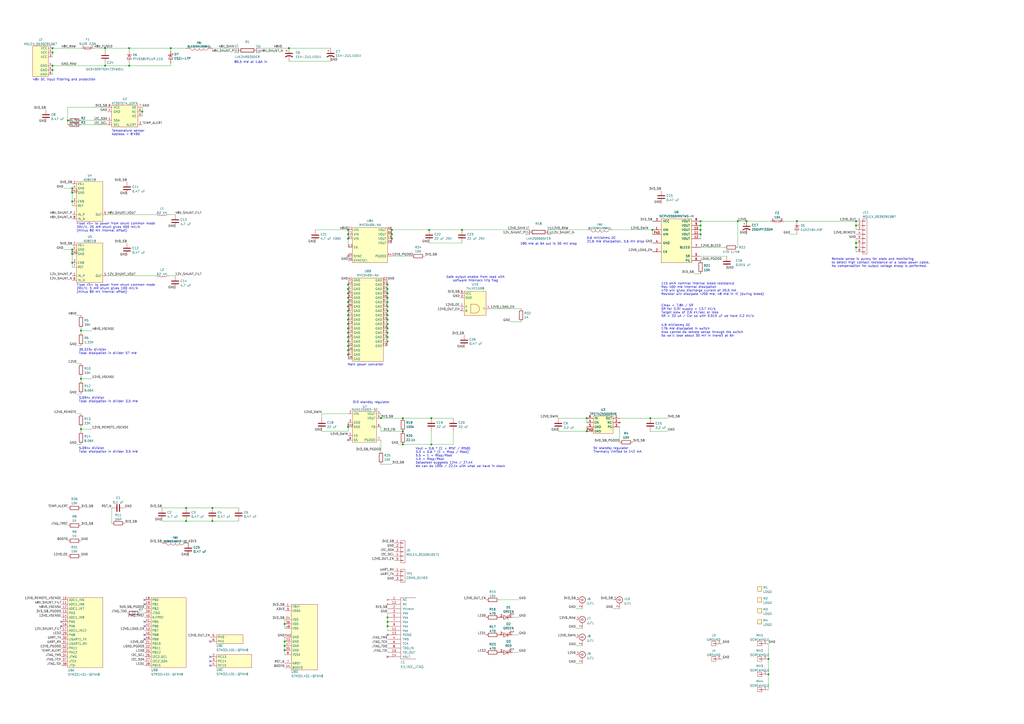
<source format=kicad_sch>
(kicad_sch (version 20231120) (generator "eeschema") (generator_version "8.0")
  (paper "A2")
  (title_block (title "48 -> 12V IBC 6A 72W") (date "2024-08-04") (rev "0.5") (company "Antikernel Labs") (comment 1 "Andrew D. Zonenberg"))
  (junction (at 123.19 302.26))
  (junction (at 39.37 69.85))
  (junction (at 201.93 247.65))
  (junction (at 406.4 133.35))
  (junction (at 201.93 177.8))
  (junction (at 201.93 133.35))
  (junction (at 201.93 185.42))
  (junction (at 201.93 200.66))
  (junction (at 99.06 27.94))
  (junction (at 46.99 248.92))
  (junction (at 201.93 182.88))
  (junction (at 227.33 138.43))
  (junction (at 340.36 242.57))
  (junction (at 433.07 128.27))
  (junction (at 496.57 140.97))
  (junction (at 224.79 175.26))
  (junction (at 107.95 302.26))
  (junction (at 165.1 372.11))
  (junction (at 224.79 190.5))
  (junction (at 496.57 130.81))
  (junction (at 165.1 374.65))
  (junction (at 445.77 391.16))
  (junction (at 224.79 185.42))
  (junction (at 60.96 38.1))
  (junction (at 250.19 257.81))
  (junction (at 201.93 175.26))
  (junction (at 496.57 128.27))
  (junction (at 201.93 187.96))
  (junction (at 201.93 195.58))
  (junction (at 224.79 358.14))
  (junction (at 427.99 128.27))
  (junction (at 224.79 198.12))
  (junction (at 224.79 167.64))
  (junction (at 233.68 242.57))
  (junction (at 30.48 27.94))
  (junction (at 224.79 165.1))
  (junction (at 201.93 203.2))
  (junction (at 233.68 257.81))
  (junction (at 406.4 128.27))
  (junction (at 496.57 143.51))
  (junction (at 46.99 219.71))
  (junction (at 224.79 195.58))
  (junction (at 248.92 133.35))
  (junction (at 167.64 27.94))
  (junction (at 224.79 177.8))
  (junction (at 267.97 133.35))
  (junction (at 165.1 361.95))
  (junction (at 224.79 182.88))
  (junction (at 201.93 193.04))
  (junction (at 201.93 205.74))
  (junction (at 224.79 193.04))
  (junction (at 340.36 250.19))
  (junction (at 41.91 111.76))
  (junction (at 224.79 363.22))
  (junction (at 233.68 250.19))
  (junction (at 201.93 135.89))
  (junction (at 41.91 116.84))
  (junction (at 224.79 170.18))
  (junction (at 406.4 135.89))
  (junction (at 41.91 144.78))
  (junction (at 227.33 133.35))
  (junction (at 74.93 38.1))
  (junction (at 201.93 172.72))
  (junction (at 60.96 27.94))
  (junction (at 30.48 40.64))
  (junction (at 462.28 128.27))
  (junction (at 123.19 294.64))
  (junction (at 201.93 138.43))
  (junction (at 201.93 170.18))
  (junction (at 46.99 191.77))
  (junction (at 41.91 147.32))
  (junction (at 250.19 242.57))
  (junction (at 201.93 180.34))
  (junction (at 201.93 167.64))
  (junction (at 224.79 187.96))
  (junction (at 220.98 242.57))
  (junction (at 30.48 38.1))
  (junction (at 445.77 382.27))
  (junction (at 378.46 133.35))
  (junction (at 201.93 190.5))
  (junction (at 224.79 180.34))
  (junction (at 224.79 172.72))
  (junction (at 41.91 109.22))
  (junction (at 41.91 152.4))
  (junction (at 224.79 360.68))
  (junction (at 82.55 64.77))
  (junction (at 377.19 242.57))
  (junction (at 201.93 198.12))
  (junction (at 201.93 165.1))
  (junction (at 406.4 130.81))
  (junction (at 227.33 135.89))
  (junction (at 165.1 377.19))
  (junction (at 30.48 30.48))
  (junction (at 107.95 294.64))
  (junction (at 74.93 27.94))
  (no_connect (at 83.82 347.98))
  (no_connect (at 35.56 360.68))
  (no_connect (at 83.82 350.52))
  (no_connect (at 83.82 363.22))
  (no_connect (at 224.79 381))
  (no_connect (at 201.93 148.59))
  (no_connect (at 121.92 386.08))
  (no_connect (at 121.92 383.54))
  (no_connect (at 83.82 368.3))
  (no_connect (at 83.82 370.84))
  (no_connect (at 121.92 381))
  (no_connect (at 224.79 368.3))
  (no_connect (at 35.56 363.22))
  (no_connect (at 201.93 255.27))
  (no_connect (at 121.92 372.11))
  (no_connect (at 83.82 360.68))
  (wire (pts (xy 41.91 147.32) (xy 41.91 152.4)))
  (wire (pts (xy 454.66 128.27) (xy 462.28 128.27)))
  (wire (pts (xy 107.95 302.26) (xy 123.19 302.26)))
  (wire (pts (xy 107.95 294.64) (xy 123.19 294.64)))
  (wire (pts (xy 39.37 69.85) (xy 39.37 62.23)))
  (wire (pts (xy 46.99 191.77) (xy 46.99 193.04)))
  (wire (pts (xy 74.93 27.94) (xy 99.06 27.94)))
  (wire (pts (xy 167.64 35.56) (xy 191.77 35.56)))
  (wire (pts (xy 30.48 27.94) (xy 30.48 30.48)))
  (wire (pts (xy 182.88 133.35) (xy 201.93 133.35)))
  (wire (pts (xy 201.93 133.35) (xy 201.93 135.89)))
  (wire (pts (xy 60.96 38.1) (xy 60.96 36.83)))
  (wire (pts (xy 227.33 138.43) (xy 227.33 140.97)))
  (wire (pts (xy 41.91 111.76) (xy 41.91 116.84)))
  (wire (pts (xy 250.19 257.81) (xy 250.19 250.19)))
  (wire (pts (xy 433.07 128.27) (xy 447.04 128.27)))
  (wire (pts (xy 46.99 247.65) (xy 46.99 248.92)))
  (wire (pts (xy 97.79 160.02) (xy 101.6 160.02)))
  (wire (pts (xy 227.33 135.89) (xy 227.33 138.43)))
  (wire (pts (xy 82.55 62.23) (xy 82.55 64.77)))
  (wire (pts (xy 233.68 257.81) (xy 250.19 257.81)))
  (wire (pts (xy 123.19 27.94) (xy 135.89 27.94)))
  (wire (pts (xy 224.79 170.18) (xy 224.79 172.72)))
  (wire (pts (xy 496.57 143.51) (xy 496.57 146.05)))
  (wire (pts (xy 201.93 198.12) (xy 201.93 200.66)))
  (wire (pts (xy 224.79 360.68) (xy 224.79 363.22)))
  (wire (pts (xy 201.93 162.56) (xy 201.93 165.1)))
  (wire (pts (xy 334.01 374.65) (xy 337.82 374.65)))
  (wire (pts (xy 46.99 190.5) (xy 46.99 191.77)))
  (wire (pts (xy 334.01 364.49) (xy 337.82 364.49)))
  (wire (pts (xy 93.98 294.64) (xy 107.95 294.64)))
  (wire (pts (xy 30.48 30.48) (xy 30.48 33.02)))
  (wire (pts (xy 220.98 247.65) (xy 220.98 250.19)))
  (wire (pts (xy 496.57 130.81) (xy 496.57 133.35)))
  (wire (pts (xy 201.93 190.5) (xy 201.93 193.04)))
  (wire (pts (xy 224.79 162.56) (xy 224.79 165.1)))
  (wire (pts (xy 93.98 302.26) (xy 107.95 302.26)))
  (wire (pts (xy 123.19 294.64) (xy 138.43 294.64)))
  (wire (pts (xy 406.4 135.89) (xy 406.4 138.43)))
  (wire (pts (xy 60.96 38.1) (xy 74.93 38.1)))
  (wire (pts (xy 39.37 72.39) (xy 39.37 69.85)))
  (wire (pts (xy 284.48 179.07) (xy 302.26 179.07)))
  (wire (pts (xy 44.45 228.6) (xy 46.99 228.6)))
  (wire (pts (xy 99.06 27.94) (xy 107.95 27.94)))
  (wire (pts (xy 201.93 180.34) (xy 201.93 182.88)))
  (wire (pts (xy 201.93 193.04) (xy 201.93 195.58)))
  (wire (pts (xy 74.93 36.83) (xy 74.93 38.1)))
  (wire (pts (xy 151.13 27.94) (xy 167.64 27.94)))
  (wire (pts (xy 262.89 257.81) (xy 250.19 257.81)))
  (wire (pts (xy 41.91 144.78) (xy 41.91 147.32)))
  (wire (pts (xy 227.33 133.35) (xy 248.92 133.35)))
  (wire (pts (xy 201.93 195.58) (xy 201.93 198.12)))
  (wire (pts (xy 224.79 182.88) (xy 224.79 185.42)))
  (wire (pts (xy 123.19 302.26) (xy 138.43 302.26)))
  (wire (pts (xy 46.99 248.92) (xy 46.99 250.19)))
  (wire (pts (xy 46.99 72.39) (xy 62.23 72.39)))
  (wire (pts (xy 97.79 124.46) (xy 101.6 124.46)))
  (wire (pts (xy 224.79 165.1) (xy 224.79 167.64)))
  (wire (pts (xy 74.93 38.1) (xy 99.06 38.1)))
  (wire (pts (xy 224.79 198.12) (xy 224.79 200.66)))
  (wire (pts (xy 64.77 294.64) (xy 64.77 303.53)))
  (wire (pts (xy 297.18 378.46) (xy 300.99 378.46)))
  (wire (pts (xy 165.1 374.65) (xy 165.1 377.19)))
  (wire (pts (xy 220.98 250.19) (xy 233.68 250.19)))
  (wire (pts (xy 250.19 242.57) (xy 262.89 242.57)))
  (wire (pts (xy 220.98 269.24) (xy 227.33 269.24)))
  (wire (pts (xy 320.04 133.35) (xy 340.36 133.35)))
  (wire (pts (xy 402.59 158.75) (xy 406.4 158.75)))
  (wire (pts (xy 224.79 180.34) (xy 224.79 182.88)))
  (wire (pts (xy 186.69 240.03) (xy 201.93 240.03)))
  (wire (pts (xy 201.93 167.64) (xy 201.93 170.18)))
  (wire (pts (xy 220.98 240.03) (xy 220.98 242.57)))
  (wire (pts (xy 62.23 124.46) (xy 90.17 124.46)))
  (wire (pts (xy 201.93 205.74) (xy 201.93 208.28)))
  (wire (pts (xy 224.79 358.14) (xy 224.79 360.68)))
  (wire (pts (xy 201.93 200.66) (xy 201.93 203.2)))
  (wire (pts (xy 224.79 195.58) (xy 224.79 198.12)))
  (wire (pts (xy 406.4 130.81) (xy 406.4 133.35)))
  (wire (pts (xy 46.99 69.85) (xy 62.23 69.85)))
  (wire (pts (xy 201.93 175.26) (xy 201.93 177.8)))
  (wire (pts (xy 201.93 250.19) (xy 186.69 250.19)))
  (wire (pts (xy 297.18 368.3) (xy 300.99 368.3)))
  (wire (pts (xy 496.57 140.97) (xy 496.57 143.51)))
  (wire (pts (xy 36.83 109.22) (xy 41.91 109.22)))
  (wire (pts (xy 224.79 190.5) (xy 224.79 193.04)))
  (wire (pts (xy 165.1 377.19) (xy 165.1 379.73)))
  (wire (pts (xy 165.1 359.41) (xy 165.1 361.95)))
  (wire (pts (xy 201.93 247.65) (xy 201.93 250.19)))
  (wire (pts (xy 41.91 109.22) (xy 41.91 111.76)))
  (wire (pts (xy 224.79 363.22) (xy 224.79 365.76)))
  (wire (pts (xy 323.85 242.57) (xy 340.36 242.57)))
  (wire (pts (xy 224.79 187.96) (xy 224.79 190.5)))
  (wire (pts (xy 445.77 382.27) (xy 445.77 391.16)))
  (wire (pts (xy 248.92 133.35) (xy 267.97 133.35)))
  (wire (pts (xy 496.57 138.43) (xy 496.57 140.97)))
  (wire (pts (xy 201.93 138.43) (xy 201.93 143.51)))
  (wire (pts (xy 201.93 170.18) (xy 201.93 172.72)))
  (wire (pts (xy 44.45 182.88) (xy 46.99 182.88)))
  (wire (pts (xy 359.41 247.65) (xy 359.41 256.54)))
  (wire (pts (xy 201.93 187.96) (xy 201.93 190.5)))
  (wire (pts (xy 30.48 38.1) (xy 60.96 38.1)))
  (wire (pts (xy 186.69 242.57) (xy 186.69 240.03)))
  (wire (pts (xy 62.23 160.02) (xy 90.17 160.02)))
  (wire (pts (xy 377.19 250.19) (xy 387.35 250.19)))
  (wire (pts (xy 233.68 242.57) (xy 250.19 242.57)))
  (wire (pts (xy 165.1 369.57) (xy 165.1 372.11)))
  (wire (pts (xy 46.99 248.92) (xy 53.34 248.92)))
  (wire (pts (xy 224.79 355.6) (xy 224.79 358.14)))
  (wire (pts (xy 496.57 128.27) (xy 496.57 130.81)))
  (wire (pts (xy 224.79 167.64) (xy 224.79 170.18)))
  (wire (pts (xy 201.93 203.2) (xy 201.93 205.74)))
  (wire (pts (xy 44.45 257.81) (xy 46.99 257.81)))
  (wire (pts (xy 30.48 27.94) (xy 46.99 27.94)))
  (wire (pts (xy 458.47 135.89) (xy 462.28 135.89)))
  (wire (pts (xy 82.55 64.77) (xy 82.55 67.31)))
  (wire (pts (xy 445.77 391.16) (xy 445.77 400.05)))
  (wire (pts (xy 201.93 245.11) (xy 201.93 247.65)))
  (wire (pts (xy 220.98 242.57) (xy 233.68 242.57)))
  (wire (pts (xy 295.91 186.69) (xy 302.26 186.69)))
  (wire (pts (xy 30.48 38.1) (xy 30.48 40.64)))
  (wire (pts (xy 227.33 148.59) (xy 238.76 148.59)))
  (wire (pts (xy 44.45 200.66) (xy 46.99 200.66)))
  (wire (pts (xy 201.93 177.8) (xy 201.93 180.34)))
  (wire (pts (xy 220.98 255.27) (xy 220.98 261.62)))
  (wire (pts (xy 224.79 175.26) (xy 224.79 177.8)))
  (wire (pts (xy 81.28 355.6) (xy 83.82 355.6)))
  (wire (pts (xy 99.06 36.83) (xy 99.06 38.1)))
  (wire (pts (xy 54.61 27.94) (xy 60.96 27.94)))
  (wire (pts (xy 334.01 353.06) (xy 337.82 353.06)))
  (wire (pts (xy 427.99 128.27) (xy 433.07 128.27)))
  (wire (pts (xy 355.6 353.06) (xy 359.41 353.06)))
  (wire (pts (xy 406.4 143.51) (xy 420.37 143.51)))
  (wire (pts (xy 60.96 27.94) (xy 74.93 27.94)))
  (wire (pts (xy 340.36 247.65) (xy 340.36 250.19)))
  (wire (pts (xy 406.4 128.27) (xy 427.99 128.27)))
  (wire (pts (xy 99.06 27.94) (xy 99.06 29.21)))
  (wire (pts (xy 267.97 133.35) (xy 304.8 133.35)))
  (wire (pts (xy 41.91 152.4) (xy 41.91 154.94)))
  (wire (pts (xy 165.1 372.11) (xy 165.1 374.65)))
  (wire (pts (xy 46.99 218.44) (xy 46.99 219.71)))
  (wire (pts (xy 377.19 242.57) (xy 387.35 242.57)))
  (wire (pts (xy 46.99 219.71) (xy 53.34 219.71)))
  (wire (pts (xy 445.77 373.38) (xy 445.77 382.27)))
  (wire (pts (xy 201.93 135.89) (xy 201.93 138.43)))
  (wire (pts (xy 46.99 219.71) (xy 46.99 220.98)))
  (wire (pts (xy 74.93 27.94) (xy 74.93 29.21)))
  (wire (pts (xy 30.48 40.64) (xy 30.48 43.18)))
  (wire (pts (xy 167.64 27.94) (xy 191.77 27.94)))
  (wire (pts (xy 36.83 144.78) (xy 41.91 144.78)))
  (wire (pts (xy 224.79 193.04) (xy 224.79 195.58)))
  (wire (pts (xy 231.14 257.81) (xy 233.68 257.81)))
  (wire (pts (xy 359.41 242.57) (xy 377.19 242.57)))
  (wire (pts (xy 165.1 361.95) (xy 165.1 364.49)))
  (wire (pts (xy 340.36 242.57) (xy 340.36 245.11)))
  (wire (pts (xy 227.33 133.35) (xy 227.33 135.89)))
  (wire (pts (xy 201.93 182.88) (xy 201.93 185.42)))
  (wire (pts (xy 334.01 384.81) (xy 337.82 384.81)))
  (wire (pts (xy 297.18 358.14) (xy 300.99 358.14)))
  (wire (pts (xy 60.96 27.94) (xy 60.96 29.21)))
  (wire (pts (xy 427.99 128.27) (xy 427.99 143.51)))
  (wire (pts (xy 248.92 140.97) (xy 267.97 140.97)))
  (wire (pts (xy 406.4 133.35) (xy 406.4 135.89)))
  (wire (pts (xy 201.93 172.72) (xy 201.93 175.26)))
  (wire (pts (xy 378.46 133.35) (xy 378.46 135.89)))
  (wire (pts (xy 355.6 133.35) (xy 378.46 133.35)))
  (wire (pts (xy 41.91 116.84) (xy 41.91 119.38)))
  (wire (pts (xy 406.4 128.27) (xy 406.4 130.81)))
  (wire (pts (xy 262.89 250.19) (xy 262.89 257.81)))
  (wire (pts (xy 323.85 250.19) (xy 340.36 250.19)))
  (wire (pts (xy 224.79 185.42) (xy 224.79 187.96)))
  (wire (pts (xy 46.99 191.77) (xy 53.34 191.77)))
  (wire (pts (xy 44.45 240.03) (xy 46.99 240.03)))
  (wire (pts (xy 289.56 347.98) (xy 300.99 347.98)))
  (wire (pts (xy 44.45 210.82) (xy 46.99 210.82)))
  (wire (pts (xy 224.79 177.8) (xy 224.79 180.34)))
  (wire (pts (xy 39.37 62.23) (xy 62.23 62.23)))
  (wire (pts (xy 406.4 148.59) (xy 421.64 148.59)))
  (wire (pts (xy 224.79 172.72) (xy 224.79 175.26)))
  (wire (pts (xy 201.93 185.42) (xy 201.93 187.96)))
  (wire (pts (xy 201.93 165.1) (xy 201.93 167.64)))
  (wire (pts (xy 462.28 128.27) (xy 496.57 128.27)))
  (text "80.5 mW at 1.6A in" (at 135.89 36.83 0) (effects (font (size 1.27 1.27)) (justify left bottom)))
  (text "115 ohm nominal internal bleed resistance\nMax 400 mW internal dissipation\n470 will gives discharge current of 20.5 mA\nResistor will dissipate ~200 mW, 48 mW in IC (during bleed)" (at 383.54 171.45 0) (effects (font (size 1.27 1.27)) (justify left bottom)))
  (text "5V standby regulator\nThermally limited to 142 mA" (at 344.17 262.89 0) (effects (font (size 1.27 1.27)) (justify left bottom)))
  (text "Vout = 0.6 * (1 + RfbT / RfbB)\n3.3 = 0.6 * (1 + Rtop / Rbot)\n5.5 = 1 + Rtop/Rbot\n4.5 = Rtop/Rbot\nDatasheet suggests 124k / 27.4K\nWe can do 100k / 22.1k with what we have in stock" (at 241.046 265.43 0) (effects (font (size 1.27 1.27)) (justify left)))
  (text "180 mW at 6A out is 30 mV drop" (at 301.752 142.24 0) (effects (font (size 1.27 1.27)) (justify left bottom)))
  (text "30.323x division\nTotal dissipation in divider 57 mW" (at 45.72 205.74 0) (effects (font (size 1.27 1.27)) (justify left bottom)))
  (text "Temperature sensor\nAddress = 8'h90" (at 64.77 78.74 0) (effects (font (size 1.27 1.27)) (justify left bottom)))
  (text "Float VS+ to power from shunt common mode\n20V/V, 5 mR shunt gives 100 mV/A\n(minus 80 mV internal offset)" (at 44.45 170.18 0) (effects (font (size 1.27 1.27)) (justify left bottom)))
  (text "Float VS+ to power from shunt common mode\n20V/V, 25 mR shunt gives 500 mV/A\n(minus 80 mV internal offset)" (at 44.45 134.62 0) (effects (font (size 1.27 1.27)) (justify left bottom)))
  (text "0.6 milliohms DC\n21.6 mW dissipation, 3.6 mV drop" (at 340.36 140.97 0) (effects (font (size 1.27 1.27)) (justify left bottom)))
  (text "Cmax = 7.8A / SR\nSR for 3.3V supply = 13.7 kV/s\nTarget slew of 2.6 kV/sec or less\nSR = 33 uA / Csr so with 0.015 uF we have 2.2 kV/s" (at 383.54 184.15 0) (effects (font (size 1.27 1.27)) (justify left bottom)))
  (text "Remote sense is purely for stats and monitoring\nto detect high contact resistance or a loose power cable.\nNo compensation for output voltage droop is performed." (at 482.346 155.194 0) (effects (font (size 1.27 1.27)) (justify left bottom)))
  (text "3V3 standby regulator" (at 204.47 233.426 0) (effects (font (size 1.27 1.27)) (justify left)))
  (text "Gate output enable from load with\nsoftware interlock trip flag" (at 275.844 161.798 0) (effects (font (size 1.27 1.27))))
  (text "5.094x division\nTotal dissipation in divider 3.5 mW" (at 45.72 233.68 0) (effects (font (size 1.27 1.27)) (justify left bottom)))
  (text "Main power converter" (at 212.09 211.582 0) (effects (font (size 1.27 1.27))))
  (text "4.9 milliohms DC\n176 mW dissipated in switch\nAlso cannot do remote sense through the switch\nSo we'll lose about 30 mV in transit at 6A" (at 383.54 195.58 0) (effects (font (size 1.27 1.27)) (justify left bottom)))
  (text "5.094x division\nTotal dissipation in divider 3.5 mW" (at 45.72 262.89 0) (effects (font (size 1.27 1.27)) (justify left bottom)))
  (text "48V DC input filtering and protection" (at 19.05 46.99 0) (effects (font (size 1.27 1.27)) (justify left bottom)))
  (label "12V0_SWIN" (at 323.85 242.57 180))
  (label "12V_SHUNT_P" (at 41.91 160.02 180))
  (label "5V0_SB" (at 41.91 106.68 180))
  (label "I2C_SCL" (at 62.23 72.39 180))
  (label "3V3_SB" (at 26.67 63.5 180))
  (label "BOOT0" (at 165.1 387.35 180))
  (label "GND" (at 224.79 355.6 180))
  (label "GND" (at 191.77 35.56 0))
  (label "GND" (at 201.93 162.56 180))
  (label "5V0_SB" (at 387.35 242.57 0))
  (label "LOAD_PGOOD" (at 83.82 375.92 180))
  (label "12V0_PGOOD" (at 35.56 375.92 180))
  (label "12V0_REMOTE" (at 44.45 240.03 180))
  (label "12V0_PGOOD" (at 227.33 148.59 0))
  (label "3V3_SB" (at 383.54 110.49 180))
  (label "GND" (at 419.1 382.27 0))
  (label "GND" (at 334.01 384.81 180))
  (label "48V_SHIN" (at 135.89 27.94 180))
  (label "48V_SHUNT_FILT" (at 35.56 350.52 180))
  (label "12V0" (at 334.01 379.73 180))
  (label "3V3_SB" (at 62.23 62.23 180))
  (label "LED1" (at 83.82 386.08 180))
  (label "JTAG_TRST" (at 83.82 358.14 180))
  (label "GND" (at 201.93 151.13 180))
  (label "GND" (at 383.54 118.11 180))
  (label "JTAG_TDI" (at 224.79 378.46 180))
  (label "GND" (at 82.55 62.23 0))
  (label "GND" (at 334.01 374.65 180))
  (label "GND" (at 165.1 369.57 180))
  (label "GND" (at 62.23 64.77 180))
  (label "48V0_VSENSE" (at 53.34 191.77 0))
  (label "12V0_OUT_EN" (at 281.94 347.98 180))
  (label "GND" (at 231.14 257.81 180))
  (label "12V0" (at 427.99 128.27 0))
  (label "GND" (at 300.99 347.98 0))
  (label "3V3_SB" (at 402.59 158.75 180))
  (label "GND" (at 182.88 140.97 180))
  (label "5V0_SB_PGOOD" (at 359.41 256.54 180))
  (label "GND" (at 300.99 358.14 0))
  (label "12V0_SWIN" (at 334.01 369.57 180))
  (label "GND" (at 387.35 250.19 0))
  (label "GND" (at 101.6 132.08 180))
  (label "UART_RX" (at 35.56 373.38 180))
  (label "3V3_SB" (at 46.99 294.64 0))
  (label "GND" (at 419.1 373.38 0))
  (label "12V0_OE" (at 39.37 322.58 180))
  (label "GND" (at 295.91 186.69 180))
  (label "12V_SHUNT_FILT" (at 101.6 160.02 0))
  (label "BOOT0" (at 39.37 313.69 180))
  (label "GND" (at 73.66 113.03 180))
  (label "12V0_OUT_EN" (at 121.92 369.57 180))
  (label "UART_TX" (at 35.56 370.84 180))
  (label "3V3_SB" (at 165.1 351.79 180))
  (label "GND" (at 378.46 140.97 180))
  (label "12V0_LOAD_EN" (at 284.48 179.07 0))
  (label "LED0" (at 83.82 378.46 180))
  (label "5V0_SB" (at 73.66 140.97 180))
  (label "12V0_VSENSE" (at 53.34 219.71 0))
  (label "LED1" (at 281.94 368.3 180))
  (label "3V3_SB" (at 266.7 170.18 180))
  (label "3V3_SB" (at 334.01 347.98 180))
  (label "48V_SHUNT_P" (at 135.89 30.48 180))
  (label "LED0" (at 281.94 358.14 180))
  (label "12V0_OE" (at 83.82 373.38 180))
  (label "GND" (at 46.99 322.58 0))
  (label "12V0_SWIN" (at 365.76 133.35 0))
  (label "I2C_SDA" (at 228.6 320.04 180))
  (label "GND" (at 266.7 172.72 180))
  (label "3V3_SB_PGOOD" (at 220.98 261.62 180))
  (label "I2C_SCL" (at 228.6 322.58 180))
  (label "GND" (at 46.99 313.69 0))
  (label "GND" (at 458.47 135.89 180))
  (label "3V3_SB" (at 228.6 314.96 180))
  (label "3V3_SB_PGOOD" (at 35.56 355.6 180))
  (label "GND" (at 496.57 138.43 180))
  (label "GND" (at 421.64 156.21 0))
  (label "JTAG_TRST" (at 39.37 304.8 180))
  (label "12V0_OUT_EN" (at 228.6 325.12 180))
  (label "12V0_RAW" (at 320.04 133.35 0))
  (label "TEMP_ALERT" (at 35.56 378.46 180))
  (label "12V0_LOAD_EN" (at 83.82 365.76 180))
  (label "12V0_BLEED" (at 406.4 143.51 0))
  (label "GND" (at 101.6 167.64 180))
  (label "12V_SHUNT_N" (at 320.04 135.89 0))
  (label "JTAG_TDO" (at 224.79 375.92 180))
  (label "3V3_SB" (at 93.98 314.96 180))
  (label "12V0_SWIN" (at 201.93 252.73 180))
  (label "12V_SHUNT_VOUT" (at 62.23 160.02 0))
  (label "48V0_VSENSE" (at 35.56 353.06 180))
  (label "GND" (at 323.85 250.19 180))
  (label "48V_SHUNT_VOUT" (at 62.23 124.46 0))
  (label "JTAG_TDO" (at 73.66 355.6 180))
  (label "GND" (at 72.39 294.64 0))
  (label "GND" (at 433.07 135.89 180))
  (label "12V0_SWIN" (at 186.69 240.03 180))
  (label "TEMP_ALERT" (at 82.55 72.39 0))
  (label "GND" (at 228.6 336.55 180))
  (label "48V0" (at 158.75 27.94 0))
  (label "12V0_OUT_EN" (at 266.7 180.34 180))
  (label "RST_N" (at 165.1 384.81 180))
  (label "JTAG_TMS" (at 35.56 381 180))
  (label "RST_N" (at 64.77 294.64 180))
  (label "12V0_SHIN" (at 304.8 133.35 180))
  (label "48V0" (at 201.93 133.35 180))
  (label "12V0_LOAD_EN" (at 378.46 146.05 180))
  (label "GND" (at 36.83 109.22 180))
  (label "GND" (at 93.98 302.26 180))
  (label "3V3_SB" (at 224.79 353.06 180))
  (label "GND" (at 26.67 71.12 180))
  (label "JTAG_TCK" (at 35.56 383.54 180))
  (label "12V0_REMOTE" (at 496.57 135.89 180))
  (label "48V_SHUNT_N" (at 151.13 30.48 0))
  (label "GND" (at 44.45 228.6 180))
  (label "12V0_OUT" (at 496.57 128.27 180))
  (label "GND" (at 445.77 373.38 0))
  (label "12V0_REMOTE_VSENSE" (at 53.34 248.92 0))
  (label "3V3_SB" (at 220.98 242.57 0))
  (label "3V3_SB" (at 72.39 303.53 0))
  (label "12V_SHUNT_N" (at 41.91 162.56 180))
  (label "48V_SHUNT_P" (at 41.91 124.46 180))
  (label "I2C_SCL" (at 83.82 381 180))
  (label "12V_SHUNT_P" (at 304.8 135.89 180))
  (label "GND" (at 44.45 257.81 180))
  (label "GND" (at 300.99 378.46 0))
  (label "3V3_SB" (at 367.03 256.54 0))
  (label "3V3_SB" (at 165.1 359.41 180))
  (label "3V3_FB" (at 222.25 250.19 0))
  (label "A3V3" (at 109.22 314.96 0))
  (label "5V0_SB" (at 41.91 142.24 180))
  (label "LED2" (at 281.94 378.46 180))
  (label "3V3_SB" (at 269.24 194.31 180))
  (label "48V_FUSED" (at 54.61 27.94 0))
  (label "3V3_SB" (at 227.33 269.24 0))
  (label "12V0_REMOTE_VSENSE" (at 35.56 347.98 180))
  (label "12V0" (at 44.45 210.82 180))
  (label "5V0_SB_PGOOD" (at 83.82 353.06 180))
  (label "3V3_SB" (at 46.99 304.8 0))
  (label "GND" (at 334.01 364.49 180))
  (label "GND" (at 228.6 317.5 180))
  (label "3V3_SB" (at 378.46 128.27 180))
  (label "GND" (at 73.66 148.59 180))
  (label "TEMP_ALERT" (at 39.37 294.64 180))
  (label "GND" (at 186.69 250.19 180))
  (label "A3V3" (at 165.1 354.33 180))
  (label "GND" (at 334.01 353.06 180))
  (label "UART_RX" (at 228.6 331.47 180))
  (label "UART_TX" (at 228.6 334.01 180))
  (label "3V3_SB" (at 246.38 148.59 0))
  (label "5V0_SB" (at 73.66 105.41 180))
  (label "12V0_RAW" (at 334.01 359.41 180))
  (label "GND" (at 44.45 200.66 180))
  (label "GND_RAW" (at 35.56 38.1 0))
  (label "LED2" (at 35.56 368.3 180))
  (label "JTAG_TDI" (at 35.56 386.08 180))
  (label "GND" (at 355.6 353.06 180))
  (label "GND" (at 36.83 144.78 180))
  (label "12V0_OE" (at 266.7 177.8 180))
  (label "GND" (at 269.24 201.93 180))
  (label "JTAG_TMS" (at 224.79 370.84 180))
  (label "48V_SHUNT_FILT" (at 101.6 124.46 0))
  (label "I2C_SDA" (at 62.23 69.85 180))
  (label "JTAG_TCK" (at 224.79 373.38 180))
  (label "48V0" (at 44.45 182.88 180))
  (label "12V0_VSENSE" (at 35.56 358.14 180))
  (label "48V_RAW" (at 35.56 27.94 0))
  (label "LOAD_PGOOD" (at 406.4 151.13 0))
  (label "12V_SHUNT_FILT" (at 35.56 365.76 180))
  (label "I2C_SDA" (at 83.82 383.54 180))
  (label "48V_SHUNT_N" (at 41.91 127 180))
  (label "GND" (at 248.92 140.97 180))
  (label "GND" (at 300.99 368.3 0))
  (label "5V0_SB" (at 355.6 347.98 180))
  (label "GND" (at 224.79 162.56 0))
  (label "GND" (at 109.22 322.58 180))
  (label "3V3_SB" (at 93.98 294.64 180))
  (symbol (lib_id "special-azonenberg:MECHANICAL") (at 439.42 360.68 0) (unit 1)
    (property "Reference" "M4" (at 442.595 359.8453 0) (effects (justify left)))
    (property "Value" "LOGO" (at 442.595 362.3822 0) (effects (justify left)))
    (property "Footprint" "w_logo:Logo_silk_WEEE_3.4x5mm" (effects (hide yes)))
  )
  (symbol (lib_id "conn:CONN_COAXIAL") (at 337.82 369.57 0) (unit 1)
    (property "Reference" "J8" (at 340.3601 369.0285 0) (effects (justify left)))
    (property "Value" "U.FL" (at 340.3601 371.5654 0) (effects (justify left)))
    (property "Footprint" "azonenberg_pcb:CONN_U.FL_TE_1909763-1" (effects (hide yes)))
  )
  (symbol (lib_id "power-azonenberg:MEANWELL_GST280A_MINIFITJR") (at 27.94 44.45 0) (mirror y) (unit 1)
    (property "Reference" "J2" (at 23.495 23.021 0))
    (property "Value" "MOLEX_0039291067" (at 23.495 25.5579 0))
    (property "Footprint" "azonenberg_pcb:CONN_MOLEX_MINIFITJR_6POS_0039291067" (effects (hide yes)))
  )
  (symbol (lib_id "conn:CONN_01X01") (at 414.02 382.27 0) (mirror y) (unit 1)
    (property "Reference" "J4" (at 414.02 377.4272 0))
    (property "Value" "GROUND" (at 414.02 379.9641 0))
    (property "Footprint" "azonenberg_pcb:TESTPOINT_SMT_KEYSTONE_5016" (effects (hide yes)))
  )
  (symbol (lib_id "device:R") (at 285.75 368.3 270) (unit 1)
    (property "Reference" "R17" (at 285.75 363.5842 90))
    (property "Value" "470" (at 285.75 366.1211 90))
    (property "Footprint" "azonenberg_pcb:EIA_0402_RES_NOSILK" (effects (hide yes)))
  )
  (symbol (lib_id "conn:CONN_01X01") (at 440.69 382.27 0) (mirror y) (unit 1)
    (property "Reference" "MH2" (at 440.69 377.4272 0))
    (property "Value" "SCREWHOLE" (at 440.69 379.9641 0))
    (property "Footprint" "azonenberg_pcb:MECHANICAL_CLEARANCEHOLE_4_40" (effects (hide yes)))
  )
  (symbol (lib_id "device:R") (at 43.18 294.64 270) (unit 1)
    (property "Reference" "R26" (at 43.18 289.4795 90))
    (property "Value" "10K" (at 43.18 291.9038 90))
    (property "Footprint" "azonenberg_pcb:EIA_0402_RES_NOSILK" (effects (hide yes)))
    (property "Description" "Resistor" (effects (hide yes)))
  )
  (symbol (lib_id "device:R") (at 46.99 243.84 180) (unit 1)
    (property "Reference" "R13" (at 48.768 243.0053 0) (effects (justify right)))
    (property "Value" "33K" (at 48.768 245.5422 0) (effects (justify right)))
    (property "Footprint" "azonenberg_pcb:EIA_0402_RES_NOSILK" (effects (hide yes)))
  )
  (symbol (lib_id "st-azonenberg:STM32L431-QFN48") (at 39.37 387.35 0) (unit 1)
    (property "Reference" "U9" (at 39.37 388.874 0) (effects (justify left)))
    (property "Value" "STM32L431-QFN48" (at 39.37 391.2983 0) (effects (justify left)))
    (property "Footprint" "azonenberg_pcb:QFN_48_0.5MM_7x7MM" (effects (hide yes)))
    (pin "27" (alternate "I2C2_SDA"))
    (pin "30" (alternate "USART1_TX"))
    (pin "39" (alternate "JTDO"))
    (pin "11" (alternate "ADC1_IN6"))
    (pin "17" (alternate "ADC1_IN12"))
    (pin "38" (alternate "JTDI"))
    (pin "26" (alternate "I2C2_SCL"))
    (pin "14" (alternate "ADC1_IN9"))
    (pin "37" (alternate "JTCK"))
    (pin "10" (alternate "ADC1_IN5"))
    (pin "40" (alternate "NJTRST"))
    (pin "12" (alternate "ADC1_IN7"))
    (pin "31" (alternate "USART1_RX"))
    (pin "34" (alternate "JTMS"))
  )
  (symbol (lib_id "device:R") (at 77.47 355.6 90) (unit 1)
    (property "Reference" "R7" (at 81.788 353.822 90))
    (property "Value" "33" (at 77.47 355.6 90))
    (property "Footprint" "azonenberg_pcb:EIA_0402_RES_NOSILK" (effects (hide yes)))
    (property "Description" "Resistor" (effects (hide yes)))
  )
  (symbol (lib_id "conn:CONN_COAXIAL") (at 337.82 359.41 0) (unit 1)
    (property "Reference" "J7" (at 340.3601 358.8685 0) (effects (justify left)))
    (property "Value" "U.FL" (at 340.3601 361.4054 0) (effects (justify left)))
    (property "Footprint" "azonenberg_pcb:CONN_U.FL_TE_1909763-1" (effects (hide yes)))
  )
  (symbol (lib_id "device:R") (at 424.18 143.51 90) (unit 1)
    (property "Reference" "R22" (at 430.53 143.51 90))
    (property "Value" "470 1/4W" (at 424.18 146.05 90))
    (property "Footprint" "azonenberg_pcb:EIA_0603_RES_NOSILK" (effects (hide yes)))
  )
  (symbol (lib_id "special-azonenberg:MECHANICAL") (at 439.42 347.98 0) (unit 1)
    (property "Reference" "M2" (at 442.595 347.1453 0) (effects (justify left)))
    (property "Value" "LOGO" (at 442.595 349.6822 0) (effects (justify left)))
    (property "Footprint" "w_logo:Logo_silk_OSHW_6x6mm" (effects (hide yes)))
  )
  (symbol (lib_id "device:R") (at 43.18 322.58 270) (unit 1)
    (property "Reference" "R31" (at 43.18 317.4195 90))
    (property "Value" "10K" (at 43.18 319.8438 90))
    (property "Footprint" "azonenberg_pcb:EIA_0402_RES_NOSILK" (effects (hide yes)))
    (property "Description" "Resistor" (effects (hide yes)))
  )
  (symbol (lib_id "device:C") (at 262.89 246.38 0) (unit 1)
    (property "Reference" "C20" (at 265.811 245.1678 0) (effects (justify left)))
    (property "Value" "22 uF" (at 265.811 247.5921 0) (effects (justify left)))
    (property "Footprint" "azonenberg_pcb:EIA_1210_CAP_NOSILK" (effects (hide yes)))
    (property "Description" "Unpolarized capacitor" (effects (hide yes)))
  )
  (symbol (lib_id "device:R") (at 285.75 347.98 270) (unit 1)
    (property "Reference" "R15" (at 285.75 343.2642 90))
    (property "Value" "10K" (at 285.75 345.8011 90))
    (property "Footprint" "azonenberg_pcb:EIA_0402_RES_NOSILK" (effects (hide yes)))
  )
  (symbol (lib_id "device:CP1") (at 433.07 132.08 0) (unit 1)
    (property "Reference" "C17" (at 435.991 130.6103 0) (effects (justify left)))
    (property "Value" "25SVPF330M" (at 435.991 133.1472 0) (effects (justify left)))
    (property "Footprint" "azonenberg_pcb:CAP_AL_10MM_SMT" (effects (hide yes)))
  )
  (symbol (lib_id "device:C") (at 107.95 298.45 0) (unit 1)
    (property "Reference" "C3" (at 110.871 297.2378 0) (effects (justify left)))
    (property "Value" "0.47 uF" (at 110.871 299.6621 0) (effects (justify left)))
    (property "Footprint" "azonenberg_pcb:EIA_0402_CAP_NOSILK" (effects (hide yes)))
    (property "Description" "Unpolarized capacitor" (effects (hide yes)))
  )
  (symbol (lib_id "passive-azonenberg:INDUCTOR_PWROUT") (at 347.98 133.35 270) (unit 1)
    (property "Reference" "FB2" (at 347.98 130.2886 90) (effects (font (size 1.016 1.016))))
    (property "Value" "BLE32SN120BN1L" (at 347.98 132.369 90) (effects (font (size 1.016 1.016))))
    (property "Footprint" "azonenberg_pcb:EIA_1210_CAP_NOSILK" (effects (hide yes)))
  )
  (symbol (lib_id "conn:CONN_COAXIAL") (at 359.41 347.98 0) (unit 1)
    (property "Reference" "J10" (at 361.9501 347.4385 0) (effects (justify left)))
    (property "Value" "U.FL" (at 361.9501 349.9754 0) (effects (justify left)))
    (property "Footprint" "azonenberg_pcb:CONN_U.FL_TE_1909763-1" (effects (hide yes)))
  )
  (symbol (lib_id "device:C") (at 182.88 137.16 0) (unit 1)
    (property "Reference" "C21" (at 185.801 135.9478 0) (effects (justify left)))
    (property "Value" "4.7 uF 100V" (at 185.801 138.3721 0) (effects (justify left)))
    (property "Footprint" "azonenberg_pcb:CAP_TDK_CKG57K" (effects (hide yes)))
    (property "Description" "Unpolarized capacitor" (effects (hide yes)))
  )
  (symbol (lib_id "st-azonenberg:STM32L431-QFN48") (at 125.73 373.38 0) (unit 5)
    (property "Reference" "U9" (at 125.476 374.65 0) (effects (justify left)))
    (property "Value" "STM32L431-QFN48" (at 125.476 377.0743 0) (effects (justify left)))
    (property "Footprint" "azonenberg_pcb:QFN_48_0.5MM_7x7MM" (effects (hide yes)))
    (pin "27" (alternate "I2C2_SDA"))
    (pin "30" (alternate "USART1_TX"))
    (pin "39" (alternate "JTDO"))
    (pin "11" (alternate "ADC1_IN6"))
    (pin "17" (alternate "ADC1_IN12"))
    (pin "38" (alternate "JTDI"))
    (pin "26" (alternate "I2C2_SCL"))
    (pin "14" (alternate "ADC1_IN9"))
    (pin "37" (alternate "JTCK"))
    (pin "10" (alternate "ADC1_IN5"))
    (pin "40" (alternate "NJTRST"))
    (pin "12" (alternate "ADC1_IN7"))
    (pin "31" (alternate "USART1_RX"))
    (pin "34" (alternate "JTMS"))
  )
  (symbol (lib_id "power-azonenberg:TPS7A25") (at 344.17 251.46 0) (unit 1)
    (property "Reference" "U3" (at 349.885 237.651 0))
    (property "Value" "TPS7A2550DRVR" (at 349.885 240.1879 0))
    (property "Footprint" "azonenberg_pcb:DFN_6_0.65MM_2x2MM" (effects (hide yes)))
    (pin "2" (alternate "NC"))
  )
  (symbol (lib_id "device:C") (at 123.19 298.45 0) (unit 1)
    (property "Reference" "C4" (at 126.111 297.2378 0) (effects (justify left)))
    (property "Value" "0.47 uF" (at 126.111 299.6621 0) (effects (justify left)))
    (property "Footprint" "azonenberg_pcb:EIA_0402_CAP_NOSILK" (effects (hide yes)))
    (property "Description" "Unpolarized capacitor" (effects (hide yes)))
  )
  (symbol (lib_id "conn:CONN_COAXIAL") (at 337.82 379.73 0) (unit 1)
    (property "Reference" "J9" (at 340.3601 379.1885 0) (effects (justify left)))
    (property "Value" "U.FL" (at 340.3601 381.7254 0) (effects (justify left)))
    (property "Footprint" "azonenberg_pcb:CONN_U.FL_TE_1909763-1" (effects (hide yes)))
  )
  (symbol (lib_id "device:L") (at 93.98 124.46 270) (unit 1)
    (property "Reference" "L1" (at 93.98 120.8872 90))
    (property "Value" "62 nH" (at 93.98 123.4241 90))
    (property "Footprint" "azonenberg_pcb:EIA_0402_CAP_NOSILK" (effects (hide yes)))
  )
  (symbol (lib_id "device:R") (at 233.68 246.38 0) (unit 1)
    (property "Reference" "R19" (at 235.458 245.1678 0) (effects (justify left)))
    (property "Value" "100k" (at 235.458 247.5921 0) (effects (justify left)))
    (property "Footprint" "azonenberg_pcb:EIA_0402_RES_NOSILK" (effects (hide yes)))
    (property "Description" "Resistor" (effects (hide yes)))
  )
  (symbol (lib_id "conn:CONN_01X03") (at 233.68 334.01 0) (unit 1)
    (property "Reference" "TP1" (at 235.585 332.7978 0) (effects (justify left)))
    (property "Value" "CONN_01X03" (at 235.585 335.2221 0) (effects (justify left)))
    (property "Footprint" "azonenberg_pcb:CONN_HEADER_2.54MM_1x3" (effects (hide yes)))
    (property "Description" "Connector, single row, 01x03, pin header" (effects (hide yes)))
  )
  (symbol (lib_id "device:C") (at 250.19 246.38 0) (unit 1)
    (property "Reference" "C19" (at 253.111 245.1678 0) (effects (justify left)))
    (property "Value" "22 uF" (at 253.111 247.5921 0) (effects (justify left)))
    (property "Footprint" "azonenberg_pcb:EIA_1210_CAP_NOSILK" (effects (hide yes)))
    (property "Description" "Unpolarized capacitor" (effects (hide yes)))
  )
  (symbol (lib_id "analog-azonenberg:AD8218") (at 44.45 163.83 0) (unit 1)
    (property "Reference" "U5" (at 52.07 137.321 0))
    (property "Value" "AD8218" (at 52.07 139.8579 0))
    (property "Footprint" "azonenberg_pcb:DFN_8_0.5MM_2x3MM_TALL" (effects (hide yes)))
  )
  (symbol (lib_id "special-azonenberg:AT30TS74_UDFN") (at 64.77 73.66 0) (unit 1)
    (property "Reference" "U2" (at 72.39 57.3872 0))
    (property "Value" "AT30TS74_UDFN" (at 72.39 59.9241 0))
    (property "Footprint" "azonenberg_pcb:DFN_8_0.5MM_2x3MM_TALL" (effects (hide yes)))
  )
  (symbol (lib_id "power-azonenberg:MYC0409-NA") (at 204.47 152.4 0) (unit 1)
    (property "Reference" "U8" (at 214.63 128.0625 0))
    (property "Value" "MYC0409-NA" (at 214.63 130.4868 0))
    (property "Footprint" "azonenberg_pcb:MODULE_MURATA_MYC0409-NA" (effects (hide yes)))
  )
  (symbol (lib_id "device:LED") (at 293.37 358.14 180) (unit 1)
    (property "Reference" "D1" (at 294.9702 352.2812 0))
    (property "Value" "GREEN" (at 294.9702 354.8181 0))
    (property "Footprint" "azonenberg_pcb:EIA_0603_LED" (effects (hide yes)))
  )
  (symbol (lib_id "conn:CONN_COAXIAL") (at 337.82 347.98 0) (unit 1)
    (property "Reference" "J6" (at 340.3601 347.4385 0) (effects (justify left)))
    (property "Value" "U.FL" (at 340.3601 349.9754 0) (effects (justify left)))
    (property "Footprint" "azonenberg_pcb:CONN_U.FL_TE_1909763-1" (effects (hide yes)))
  )
  (symbol (lib_id "conn:CONN_01X01") (at 414.02 373.38 0) (mirror y) (unit 1)
    (property "Reference" "J3" (at 414.02 368.5372 0))
    (property "Value" "GROUND" (at 414.02 371.0741 0))
    (property "Footprint" "azonenberg_pcb:TESTPOINT_SMT_KEYSTONE_5016" (effects (hide yes)))
  )
  (symbol (lib_id "conn:CONN_01X05") (at 233.68 320.04 0) (unit 1)
    (property "Reference" "J5" (at 235.585 319.2053 0) (effects (justify left)))
    (property "Value" "MOLEX_0532610571" (at 235.585 321.7422 0) (effects (justify left)))
    (property "Footprint" "azonenberg_pcb:CONN_MOLEX_PICOBLADE_5POS_0532610571" (effects (hide yes)))
  )
  (symbol (lib_id "device:R") (at 302.26 182.88 0) (unit 1)
    (property "Reference" "R32" (at 304.038 181.6678 0) (effects (justify left)))
    (property "Value" "1K" (at 304.038 184.0921 0) (effects (justify left)))
    (property "Footprint" "azonenberg_pcb:EIA_0402_RES_NOSILK" (effects (hide yes)))
    (property "Description" "Resistor" (effects (hide yes)))
  )
  (symbol (lib_id "device:R") (at 43.18 304.8 270) (unit 1)
    (property "Reference" "R8" (at 43.18 299.6395 90))
    (property "Value" "1K" (at 43.18 302.0638 90))
    (property "Footprint" "azonenberg_pcb:EIA_0402_RES_NOSILK" (effects (hide yes)))
    (property "Description" "Resistor" (effects (hide yes)))
  )
  (symbol (lib_id "device:C") (at 186.69 246.38 0) (unit 1)
    (property "Reference" "C18" (at 189.611 245.1678 0) (effects (justify left)))
    (property "Value" "22 uF" (at 189.611 247.5921 0) (effects (justify left)))
    (property "Footprint" "azonenberg_pcb:EIA_1812_CAP_NOSILK" (effects (hide yes)))
    (property "Description" "Unpolarized capacitor" (effects (hide yes)))
  )
  (symbol (lib_id "special-azonenberg:MECHANICAL") (at 439.42 341.63 0) (unit 1)
    (property "Reference" "M1" (at 442.595 340.7953 0) (effects (justify left)))
    (property "Value" "LOGO" (at 442.595 343.3322 0) (effects (justify left)))
    (property "Footprint" "azonenberg_pcb:LONGTHING-1200DPI" (effects (hide yes)))
  )
  (symbol (lib_id "device:C") (at 68.58 294.64 90) (unit 1)
    (property "Reference" "C1" (at 68.58 288.7812 90))
    (property "Value" "0.1 uF" (at 68.58 291.3181 90))
    (property "Footprint" "azonenberg_pcb:EIA_0402_CAP_NOSILK" (effects (hide yes)))
    (property "Description" "Unpolarized capacitor" (effects (hide yes)))
  )
  (symbol (lib_id "device:R") (at 406.4 154.94 0) (unit 1)
    (property "Reference" "R21" (at 408.178 154.1053 0) (effects (justify left)))
    (property "Value" "10K" (at 408.178 156.6422 0) (effects (justify left)))
    (property "Footprint" "azonenberg_pcb:EIA_0402_RES_NOSILK" (effects (hide yes)))
  )
  (symbol (lib_id "device:D_Zener") (at 74.93 33.02 270) (unit 1)
    (property "Reference" "D6" (at 76.9366 31.8078 90) (effects (justify left)))
    (property "Value" "PTVS58VP1UP,115" (at 76.9366 34.2321 90) (effects (justify left)))
    (property "Datasheet" "https://en.wikipedia.org/wiki/Zener_diode" (effects (hide yes)))
    (property "Description" "Zener Diode" (effects (hide yes)))
  )
  (symbol (lib_id "device:R") (at 46.99 196.85 180) (unit 1)
    (property "Reference" "R6" (at 48.768 196.0153 0) (effects (justify right)))
    (property "Value" "1.33K" (at 48.768 198.5522 0) (effects (justify right)))
    (property "Footprint" "azonenberg_pcb:EIA_0402_RES_NOSILK" (effects (hide yes)))
  )
  (symbol (lib_id "device:L") (at 93.98 160.02 270) (unit 1)
    (property "Reference" "L2" (at 93.98 156.4472 90))
    (property "Value" "62 nH" (at 93.98 158.9841 90))
    (property "Footprint" "azonenberg_pcb:EIA_0402_CAP_NOSILK" (effects (hide yes)))
  )
  (symbol (lib_id "special-azonenberg:MECHANICAL") (at 439.42 354.33 0) (unit 1)
    (property "Reference" "M3" (at 442.595 353.4953 0) (effects (justify left)))
    (property "Value" "LOGO" (at 442.595 356.0322 0) (effects (justify left)))
    (property "Footprint" "w_logo:Logo_silk_ROHS_5x2.8mm" (effects (hide yes)))
  )
  (symbol (lib_id "power-azonenberg:NCP45560") (at 383.54 152.4 0) (unit 1)
    (property "Reference" "U6" (at 392.43 122.9825 0))
    (property "Value" "NCP45560IMNTWG-H" (at 392.43 125.4068 0))
    (property "Footprint" "azonenberg_pcb:DFN_12_0.5MM_3x3MM" (effects (hide yes)))
  )
  (symbol (lib_id "device:C") (at 377.19 246.38 0) (unit 1)
    (property "Reference" "C10" (at 380.111 245.5453 0) (effects (justify left)))
    (property "Value" "2.2 uF" (at 380.111 248.0822 0) (effects (justify left)))
    (property "Footprint" "azonenberg_pcb:EIA_0805_CAP_NOSILK" (effects (hide yes)))
  )
  (symbol (lib_id "xilinx-azonenberg:XILINX_JTAG") (at 224.79 381 0) (unit 1)
    (property "Reference" "J1" (at 232.156 384.0091 0) (effects (font (size 1.524 1.524)) (justify left)))
    (property "Value" "XILINX_JTAG" (at 232.156 386.842 0) (effects (font (size 1.524 1.524)) (justify left)))
    (property "Footprint" "azonenberg_pcb:XILINX_JTAG_PTH_MOLEX_0878311420" (effects (hide yes)))
  )
  (symbol (lib_id "st-azonenberg:STM32L431-QFN48") (at 87.63 387.35 0) (unit 2)
    (property "Reference" "U9" (at 87.63 388.7357 0) (effects (justify left)))
    (property "Value" "STM32L431-QFN48" (at 87.63 391.16 0) (effects (justify left)))
    (property "Footprint" "azonenberg_pcb:QFN_48_0.5MM_7x7MM" (effects (hide yes)))
    (pin "27" (alternate "I2C2_SDA"))
    (pin "30" (alternate "USART1_TX"))
    (pin "39" (alternate "JTDO"))
    (pin "11" (alternate "ADC1_IN6"))
    (pin "17" (alternate "ADC1_IN12"))
    (pin "38" (alternate "JTDI"))
    (pin "26" (alternate "I2C2_SCL"))
    (pin "14" (alternate "ADC1_IN9"))
    (pin "37" (alternate "JTCK"))
    (pin "10" (alternate "ADC1_IN5"))
    (pin "40" (alternate "NJTRST"))
    (pin "12" (alternate "ADC1_IN7"))
    (pin "31" (alternate "USART1_RX"))
    (pin "34" (alternate "JTMS"))
  )
  (symbol (lib_id "device:R") (at 233.68 254 0) (unit 1)
    (property "Reference" "R20" (at 235.458 252.7878 0) (effects (justify left)))
    (property "Value" "22.1k" (at 235.458 255.2121 0) (effects (justify left)))
    (property "Footprint" "azonenberg_pcb:EIA_0402_RES_NOSILK" (effects (hide yes)))
    (property "Description" "Resistor" (effects (hide yes)))
  )
  (symbol (lib_id "device:R") (at 43.18 69.85 90) (unit 1)
    (property "Reference" "R2" (at 48.26 68.58 90))
    (property "Value" "4.7K" (at 43.18 69.85 90))
    (property "Footprint" "azonenberg_pcb:EIA_0402_RES_NOSILK" (effects (hide yes)))
  )
  (symbol (lib_id "conn:CONN_01X01") (at 440.69 391.16 0) (mirror y) (unit 1)
    (property "Reference" "MH3" (at 440.69 386.3172 0))
    (property "Value" "SCREWHOLE" (at 440.69 388.8541 0))
    (property "Footprint" "azonenberg_pcb:MECHANICAL_CLEARANCEHOLE_4_40" (effects (hide yes)))
  )
  (symbol (lib_id "device:C") (at 269.24 198.12 0) (unit 1)
    (property "Reference" "C26" (at 272.161 196.9078 0) (effects (justify left)))
    (property "Value" "0.47 uF" (at 272.161 199.3321 0) (effects (justify left)))
    (property "Footprint" "azonenberg_pcb:EIA_0402_CAP_NOSILK" (effects (hide yes)))
    (property "Description" "Unpolarized capacitor" (effects (hide yes)))
  )
  (symbol (lib_id "passive-azonenberg:R-4TERM") (at 143.51 29.21 270) (mirror x) (unit 1)
    (property "Reference" "R1" (at 143.51 24.3672 90))
    (property "Value" "LVK24R025DER" (at 143.51 33.02 90))
    (property "Footprint" "azonenberg_pcb:OHMITE_LVK24" (effects (hide yes)))
  )
  (symbol (lib_id "st-azonenberg:STM32L431-QFN48") (at 125.73 387.35 0) (unit 3)
    (property "Reference" "U9" (at 125.476 388.62 0) (effects (justify left)))
    (property "Value" "STM32L431-QFN48" (at 125.476 391.0443 0) (effects (justify left)))
    (property "Footprint" "azonenberg_pcb:QFN_48_0.5MM_7x7MM" (effects (hide yes)))
    (pin "27" (alternate "I2C2_SDA"))
    (pin "30" (alternate "USART1_TX"))
    (pin "39" (alternate "JTDO"))
    (pin "11" (alternate "ADC1_IN6"))
    (pin "17" (alternate "ADC1_IN12"))
    (pin "38" (alternate "JTDI"))
    (pin "26" (alternate "I2C2_SCL"))
    (pin "14" (alternate "ADC1_IN9"))
    (pin "37" (alternate "JTCK"))
    (pin "10" (alternate "ADC1_IN5"))
    (pin "40" (alternate "NJTRST"))
    (pin "12" (alternate "ADC1_IN7"))
    (pin "31" (alternate "USART1_RX"))
    (pin "34" (alternate "JTMS"))
  )
  (symbol (lib_id "power-azonenberg:MYC0409-NA") (at 204.47 209.55 0) (unit 2)
    (property "Reference" "U8" (at 213.36 157.2725 0))
    (property "Value" "MYC0409-NA" (at 213.36 159.6968 0))
    (property "Footprint" "azonenberg_pcb:MODULE_MURATA_MYC0409-NA" (effects (hide yes)))
  )
  (symbol (lib_id "device:R") (at 285.75 378.46 270) (unit 1)
    (property "Reference" "R23" (at 285.75 373.7442 90))
    (property "Value" "470" (at 285.75 376.2811 90))
    (property "Footprint" "azonenberg_pcb:EIA_0402_RES_NOSILK" (effects (hide yes)))
  )
  (symbol (lib_id "special-azonenberg:74LVC1G08") (at 269.24 182.88 0) (unit 1)
    (property "Reference" "U10" (at 275.59 164.8925 0))
    (property "Value" "74LVC1G08" (at 275.59 167.3168 0))
    (property "Footprint" "azonenberg_pcb:DFN_6_0.5MM_1.4x1.00MM_NXP_X2-DFN1410-6" (effects (hide yes)))
  )
  (symbol (lib_id "device:C") (at 109.22 318.77 0) (unit 1)
    (property "Reference" "C25" (at 112.141 317.5578 0) (effects (justify left)))
    (property "Value" "0.47 uF" (at 112.141 319.9821 0) (effects (justify left)))
    (property "Footprint" "azonenberg_pcb:EIA_0402_CAP_NOSILK" (effects (hide yes)))
    (property "Description" "Unpolarized capacitor" (effects (hide yes)))
  )
  (symbol (lib_id "device:CP1") (at 191.77 31.75 0) (unit 1)
    (property "Reference" "C7" (at 194.691 29.9028 0) (effects (justify left)))
    (property "Value" "EEH-ZU1J101V" (at 194.691 32.3271 0) (effects (justify left)))
    (property "Footprint" "azonenberg_pcb:CAP_AL_10MM_SMT" (effects (hide yes)))
  )
  (symbol (lib_id "device:C") (at 383.54 114.3 0) (unit 1)
    (property "Reference" "C15" (at 386.461 113.4653 0) (effects (justify left)))
    (property "Value" "0.47 uF" (at 386.461 116.0022 0) (effects (justify left)))
    (property "Footprint" "azonenberg_pcb:EIA_0402_CAP_NOSILK" (effects (hide yes)))
  )
  (symbol (lib_id "conn:CONN_01X01") (at 440.69 400.05 0) (mirror y) (unit 1)
    (property "Reference" "MH4" (at 440.69 395.2072 0))
    (property "Value" "SCREWHOLE" (at 440.69 397.7441 0))
    (property "Footprint" "azonenberg_pcb:MECHANICAL_CLEARANCEHOLE_4_40" (effects (hide yes)))
  )
  (symbol (lib_id "device:C") (at 421.64 152.4 0) (unit 1)
    (property "Reference" "C16" (at 426.72 151.13 0) (effects (justify left)))
    (property "Value" "0.015 uF" (at 426.72 153.6669 0) (effects (justify left)))
    (property "Footprint" "azonenberg_pcb:EIA_0603_CAP_NOSILK" (effects (hide yes)))
  )
  (symbol (lib_id "device:C") (at 101.6 128.27 180) (unit 1)
    (property "Reference" "C13" (at 104.521 127.4353 0) (effects (justify right)))
    (property "Value" "4.7 uF" (at 104.521 129.9722 0) (effects (justify right)))
    (property "Footprint" "azonenberg_pcb:EIA_0603_CAP_NOSILK" (effects (hide yes)))
  )
  (symbol (lib_id "device:CP1") (at 167.64 31.75 0) (unit 1)
    (property "Reference" "C6" (at 171.45 30.4831 0) (effects (justify left)))
    (property "Value" "EEH-ZU1J101V" (at 171.45 33.02 0) (effects (justify left)))
    (property "Footprint" "azonenberg_pcb:CAP_AL_10MM_SMT" (effects (hide yes)))
  )
  (symbol (lib_id "device:R") (at 363.22 256.54 90) (unit 1)
    (property "Reference" "R4" (at 363.22 251.3795 90))
    (property "Value" "10K" (at 363.22 253.8038 90))
    (property "Footprint" "azonenberg_pcb:EIA_0402_RES_NOSILK" (effects (hide yes)))
  )
  (symbol (lib_id "device:R") (at 46.99 214.63 180) (unit 1)
    (property "Reference" "R10" (at 48.768 213.7953 0) (effects (justify right)))
    (property "Value" "33K" (at 48.768 216.3322 0) (effects (justify right)))
    (property "Footprint" "azonenberg_pcb:EIA_0402_RES_NOSILK" (effects (hide yes)))
  )
  (symbol (lib_id "power-azonenberg:MUN12AD03-SE") (at 204.47 256.54 0) (unit 1)
    (property "Reference" "U7" (at 211.582 235.966 0))
    (property "Value" "MUN12AD03-SE" (at 211.582 237.6474 0))
    (property "Footprint" "azonenberg_pcb:MODULE_CYNTEC_MUN12AD03-SE" (effects (hide yes)))
  )
  (symbol (lib_id "device:C") (at 26.67 67.31 0) (unit 1)
    (property "Reference" "C8" (at 29.591 66.4753 0) (effects (justify left)))
    (property "Value" "0.47 uF" (at 29.591 69.0122 0) (effects (justify left)))
    (property "Footprint" "azonenberg_pcb:EIA_0402_CAP_NOSILK" (effects (hide yes)))
  )
  (symbol (lib_id "device:C") (at 101.6 163.83 180) (unit 1)
    (property "Reference" "C14" (at 104.521 162.9953 0) (effects (justify right)))
    (property "Value" "4.7 uF" (at 104.521 165.5322 0) (effects (justify right)))
    (property "Footprint" "azonenberg_pcb:EIA_0603_CAP_NOSILK" (effects (hide yes)))
  )
  (symbol (lib_id "analog-azonenberg:AD8218") (at 44.45 128.27 0) (unit 1)
    (property "Reference" "U4" (at 52.07 101.761 0))
    (property "Value" "AD8218" (at 52.07 104.2979 0))
    (property "Footprint" "azonenberg_pcb:DFN_8_0.5MM_2x3MM_TALL" (effects (hide yes)))
  )
  (symbol (lib_id "passive-azonenberg:INDUCTOR_PWROUT") (at 115.57 27.94 270) (unit 1)
    (property "Reference" "FB1" (at 115.57 24.8786 90) (effects (font (size 1.016 1.016))))
    (property "Value" "BLE32SN120BN1L" (at 115.57 26.959 90) (effects (font (size 1.016 1.016))))
    (property "Footprint" "azonenberg_pcb:EIA_1210_CAP_NOSILK" (effects (hide yes)))
  )
  (symbol (lib_id "device:R") (at 43.18 72.39 90) (unit 1)
    (property "Reference" "R3" (at 48.26 71.12 90))
    (property "Value" "4.7K" (at 43.18 72.39 90))
    (property "Footprint" "azonenberg_pcb:EIA_0402_RES_NOSILK" (effects (hide yes)))
  )
  (symbol (lib_id "device:D_Zener") (at 462.28 132.08 270) (unit 1)
    (property "Reference" "D5" (at 464.2866 130.8678 90) (effects (justify left)))
    (property "Value" "CUHZ16V,H3F" (at 464.2866 133.2921 90) (effects (justify left)))
    (property "Footprint" "azonenberg_pcb:SOD323H" (effects (hide yes)))
    (property "Datasheet" "https://en.wikipedia.org/wiki/Zener_diode" (effects (hide yes)))
    (property "Description" "Zener Diode" (effects (hide yes)))
  )
  (symbol (lib_id "device:C") (at 73.66 109.22 0) (unit 1)
    (property "Reference" "C11" (at 76.581 108.3853 0) (effects (justify left)))
    (property "Value" "0.47 uF" (at 76.581 110.9222 0) (effects (justify left)))
    (property "Footprint" "azonenberg_pcb:EIA_0402_CAP_NOSILK" (effects (hide yes)))
  )
  (symbol (lib_id "conn:CONN_01X08") (at 501.65 137.16 0) (unit 1)
    (property "Reference" "J11" (at 500.38 123.1931 0) (effects (justify left)))
    (property "Value" "MOLEX_0039291087" (at 500.38 125.73 0) (effects (justify left)))
    (property "Footprint" "azonenberg_pcb:CONN_MOLEX_MINIFITJR_8POS_0039291087" (effects (hide yes)))
  )
  (symbol (lib_id "device:D_Schottky") (at 99.06 33.02 270) (unit 1)
    (property "Reference" "D7" (at 101.0666 31.4903 90) (effects (justify left)))
    (property "Value" "ES2J-LTP" (at 101.0666 33.9146 90) (effects (justify left)))
    (property "Description" "Schottky diode" (effects (hide yes)))
  )
  (symbol (lib_id "device:C") (at 267.97 137.16 0) (unit 1)
    (property "Reference" "C23" (at 270.891 135.9478 0) (effects (justify left)))
    (property "Value" "22 uF 25V" (at 270.891 138.3721 0) (effects (justify left)))
    (property "Footprint" "azonenberg_pcb:EIA_1812_CAP_NOSILK" (effects (hide yes)))
    (property "Description" "Unpolarized capacitor" (effects (hide yes)))
  )
  (symbol (lib_id "device:R") (at 68.58 303.53 270) (unit 1)
    (property "Reference" "R11" (at 68.58 298.8142 90))
    (property "Value" "DNP" (at 68.58 301.3511 90))
    (property "Footprint" "azonenberg_pcb:EIA_0402_RES_NOSILK" (effects (hide yes)))
    (property "Description" "Resistor" (effects (hide yes)))
  )
  (symbol (lib_id "device:R") (at 285.75 358.14 270) (unit 1)
    (property "Reference" "R16" (at 285.75 353.4242 90))
    (property "Value" "470" (at 285.75 355.9611 90))
    (property "Footprint" "azonenberg_pcb:EIA_0402_RES_NOSILK" (effects (hide yes)))
  )
  (symbol (lib_id "passive-azonenberg:R-4TERM") (at 312.42 134.62 270) (mirror x) (unit 1)
    (property "Reference" "R18" (at 312.42 129.7772 90))
    (property "Value" "LVK25R005FER" (at 312.42 138.43 90))
    (property "Footprint" "azonenberg_pcb:OHMITE_LVK25" (effects (hide yes)))
  )
  (symbol (lib_id "device:R") (at 46.99 224.79 180) (unit 1)
    (property "Reference" "R12" (at 48.768 223.9553 0) (effects (justify right)))
    (property "Value" "8.06K" (at 48.768 226.4922 0) (effects (justify right)))
    (property "Footprint" "azonenberg_pcb:EIA_0402_RES_NOSILK" (effects (hide yes)))
  )
  (symbol (lib_id "device:C") (at 248.92 137.16 0) (unit 1)
    (property "Reference" "C22" (at 251.841 135.9478 0) (effects (justify left)))
    (property "Value" "22 uF 25V" (at 251.841 138.3721 0) (effects (justify left)))
    (property "Footprint" "azonenberg_pcb:EIA_1812_CAP_NOSILK" (effects (hide yes)))
    (property "Description" "Unpolarized capacitor" (effects (hide yes)))
  )
  (symbol (lib_id "device:C") (at 138.43 298.45 0) (unit 1)
    (property "Reference" "C5" (at 141.351 297.2378 0) (effects (justify left)))
    (property "Value" "0.47 uF" (at 141.351 299.6621 0) (effects (justify left)))
    (property "Footprint" "azonenberg_pcb:EIA_0402_CAP_NOSILK" (effects (hide yes)))
    (property "Description" "Unpolarized capacitor" (effects (hide yes)))
  )
  (symbol (lib_id "device:R") (at 46.99 254 180) (unit 1)
    (property "Reference" "R14" (at 48.768 253.1653 0) (effects (justify right)))
    (property "Value" "8.06K" (at 48.768 255.7022 0) (effects (justify right)))
    (property "Footprint" "azonenberg_pcb:EIA_0402_RES_NOSILK" (effects (hide yes)))
  )
  (symbol (lib_id "device:R") (at 43.18 313.69 270) (unit 1)
    (property "Reference" "R9" (at 43.18 308.5295 90))
    (property "Value" "1K" (at 43.18 310.9538 90))
    (property "Footprint" "azonenberg_pcb:EIA_0402_RES_NOSILK" (effects (hide yes)))
    (property "Description" "Resistor" (effects (hide yes)))
  )
  (symbol (lib_id "device:C") (at 93.98 298.45 0) (unit 1)
    (property "Reference" "C2" (at 96.901 297.2378 0) (effects (justify left)))
    (property "Value" "4.7 uF" (at 96.901 299.6621 0) (effects (justify left)))
    (property "Footprint" "azonenberg_pcb:EIA_0603_CAP_NOSILK" (effects (hide yes)))
    (property "Description" "Unpolarized capacitor" (effects (hide yes)))
  )
  (symbol (lib_id "device:C") (at 60.96 33.02 0) (unit 1)
    (property "Reference" "C24" (at 61.976 36.322 0) (effects (justify left)))
    (property "Value" "GA343DR7GD472KW01L" (at 49.784 40.132 0) (effects (justify left)))
    (property "Description" "Unpolarized capacitor" (effects (hide yes)))
  )
  (symbol (lib_id "power-azonenberg:FUSE_PWROUT_2") (at 450.85 128.27 0) (unit 1)
    (property "Reference" "F2" (at 450.85 123.6175 0))
    (property "Value" "10A" (at 450.85 126.0418 0))
    (property "Footprint" "azonenberg_pcb:EIA_1206_FUSE_NOSILK" (effects (hide yes)))
  )
  (symbol (lib_id "device:C") (at 73.66 144.78 0) (unit 1)
    (property "Reference" "C12" (at 76.581 143.9453 0) (effects (justify left)))
    (property "Value" "0.47 uF" (at 76.581 146.4822 0) (effects (justify left)))
    (property "Footprint" "azonenberg_pcb:EIA_0402_CAP_NOSILK" (effects (hide yes)))
  )
  (symbol (lib_id "passive-azonenberg:INDUCTOR_PWROUT") (at 101.6 314.96 270) (unit 1)
    (property "Reference" "FB3" (at 101.6 311.8986 90) (effects (font (size 1.016 1.016))))
    (property "Value" "MI0603J601R-10" (at 101.6 313.979 90) (effects (font (size 1.016 1.016))))
    (property "Footprint" "azonenberg_pcb:EIA_0603_INDUCTOR_NOSILK" (effects (hide yes)))
  )
  (symbol (lib_id "device:R") (at 242.57 148.59 90) (unit 1)
    (property "Reference" "R24" (at 242.57 143.4295 90))
    (property "Value" "10K" (at 242.57 145.8538 90))
    (property "Footprint" "azonenberg_pcb:EIA_0402_RES_NOSILK" (effects (hide yes)))
    (property "Description" "Resistor" (effects (hide yes)))
  )
  (symbol (lib_id "power-azonenberg:FUSE_PWROUT_2") (at 50.8 27.94 0) (unit 1)
    (property "Reference" "F1" (at 50.8 22.86 0))
    (property "Value" "5x20 2.5A" (at 50.8 25.4 0))
    (property "Footprint" "azonenberg_pcb:FUSEHOLDER_KEYSTONE_4527" (effects (hide yes)))
  )
  (symbol (lib_id "device:C") (at 323.85 246.38 0) (unit 1)
    (property "Reference" "C9" (at 326.771 245.5453 0) (effects (justify left)))
    (property "Value" "2.2 uF" (at 326.771 248.0822 0) (effects (justify left)))
    (property "Footprint" "azonenberg_pcb:EIA_0805_CAP_NOSILK" (effects (hide yes)))
  )
  (symbol (lib_id "device:LED") (at 293.37 378.46 180) (unit 1)
    (property "Reference" "D3" (at 294.9702 372.1565 0))
    (property "Value" "RED" (at 294.9702 374.5808 0))
    (property "Footprint" "azonenberg_pcb:EIA_0603_LED" (effects (hide yes)))
  )
  (symbol (lib_id "conn:CONN_01X01") (at 440.69 373.38 0) (mirror y) (unit 1)
    (property "Reference" "MH1" (at 440.69 368.5372 0))
    (property "Value" "SCREWHOLE" (at 440.69 371.0741 0))
    (property "Footprint" "azonenberg_pcb:MECHANICAL_CLEARANCEHOLE_4_40" (effects (hide yes)))
  )
  (symbol (lib_id "st-azonenberg:STM32L431-QFN48") (at 168.91 388.62 0) (unit 4)
    (property "Reference" "U9" (at 168.91 389.7517 0) (effects (justify left)))
    (property "Value" "STM32L431-QFN48" (at 168.91 392.176 0) (effects (justify left)))
    (property "Footprint" "azonenberg_pcb:QFN_48_0.5MM_7x7MM" (effects (hide yes)))
    (pin "27" (alternate "I2C2_SDA"))
    (pin "30" (alternate "USART1_TX"))
    (pin "39" (alternate "JTDO"))
    (pin "11" (alternate "ADC1_IN6"))
    (pin "17" (alternate "ADC1_IN12"))
    (pin "38" (alternate "JTDI"))
    (pin "26" (alternate "I2C2_SCL"))
    (pin "14" (alternate "ADC1_IN9"))
    (pin "37" (alternate "JTCK"))
    (pin "10" (alternate "ADC1_IN5"))
    (pin "40" (alternate "NJTRST"))
    (pin "12" (alternate "ADC1_IN7"))
    (pin "31" (alternate "USART1_RX"))
    (pin "34" (alternate "JTMS"))
  )
  (symbol (lib_id "device:R") (at 46.99 186.69 180) (unit 1)
    (property "Reference" "R5" (at 48.768 185.8553 0) (effects (justify right)))
    (property "Value" "39K" (at 48.768 188.3922 0) (effects (justify right)))
    (property "Footprint" "azonenberg_pcb:EIA_0402_RES_NOSILK" (effects (hide yes)))
  )
  (symbol (lib_id "device:LED") (at 293.37 368.3 180) (unit 1)
    (property "Reference" "D2" (at 294.9702 361.9965 0))
    (property "Value" "GREEN" (at 294.9702 364.4208 0))
    (property "Footprint" "azonenberg_pcb:EIA_0603_LED" (effects (hide yes)))
  )
  (symbol (lib_id "device:R") (at 220.98 265.43 0) (unit 1)
    (property "Reference" "R25" (at 222.758 264.2178 0) (effects (justify left)))
    (property "Value" "10K" (at 222.758 266.6421 0) (effects (justify left)))
    (property "Footprint" "azonenberg_pcb:EIA_0402_RES_NOSILK" (effects (hide yes)))
    (property "Description" "Resistor" (effects (hide yes)))
  )
)
</source>
